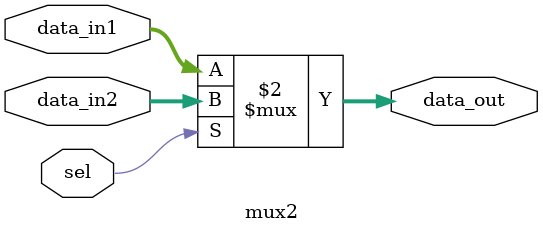
<source format=v>
/*** 
 * Author: Stephen Dai
 * 教程链接：https://blog.csdn.net/weixin_45774715/category_12433521.html
 * FilePath: mux2.v
 * Description: 二选一多选器
 * 
 */
module mux2 #(
    parameter DW = 32
)
(
    input sel                ,
    input  [DW-1:0] data_in1 ,
    input  [DW-1:0] data_in2 ,
    output [DW-1:0] data_out
);

assign data_out = (sel == 1'b1)? data_in2 : data_in1; 

endmodule
</source>
